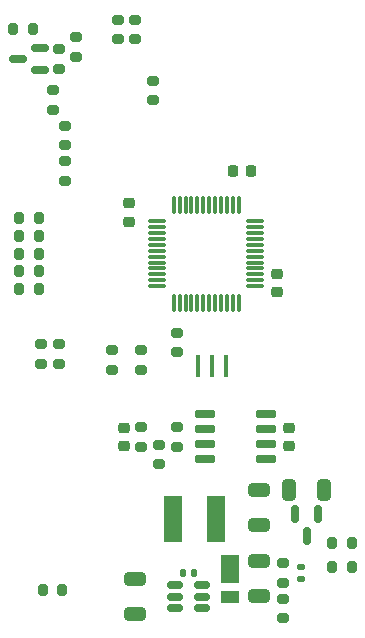
<source format=gbr>
%TF.GenerationSoftware,KiCad,Pcbnew,(6.0.8)*%
%TF.CreationDate,2023-04-16T02:33:25+09:00*%
%TF.ProjectId,ORION_sub_v2,4f52494f-4e5f-4737-9562-5f76322e6b69,rev?*%
%TF.SameCoordinates,Original*%
%TF.FileFunction,Paste,Bot*%
%TF.FilePolarity,Positive*%
%FSLAX46Y46*%
G04 Gerber Fmt 4.6, Leading zero omitted, Abs format (unit mm)*
G04 Created by KiCad (PCBNEW (6.0.8)) date 2023-04-16 02:33:25*
%MOMM*%
%LPD*%
G01*
G04 APERTURE LIST*
G04 Aperture macros list*
%AMRoundRect*
0 Rectangle with rounded corners*
0 $1 Rounding radius*
0 $2 $3 $4 $5 $6 $7 $8 $9 X,Y pos of 4 corners*
0 Add a 4 corners polygon primitive as box body*
4,1,4,$2,$3,$4,$5,$6,$7,$8,$9,$2,$3,0*
0 Add four circle primitives for the rounded corners*
1,1,$1+$1,$2,$3*
1,1,$1+$1,$4,$5*
1,1,$1+$1,$6,$7*
1,1,$1+$1,$8,$9*
0 Add four rect primitives between the rounded corners*
20,1,$1+$1,$2,$3,$4,$5,0*
20,1,$1+$1,$4,$5,$6,$7,0*
20,1,$1+$1,$6,$7,$8,$9,0*
20,1,$1+$1,$8,$9,$2,$3,0*%
G04 Aperture macros list end*
%ADD10RoundRect,0.200000X0.275000X-0.200000X0.275000X0.200000X-0.275000X0.200000X-0.275000X-0.200000X0*%
%ADD11RoundRect,0.200000X-0.200000X-0.275000X0.200000X-0.275000X0.200000X0.275000X-0.200000X0.275000X0*%
%ADD12RoundRect,0.200000X-0.275000X0.200000X-0.275000X-0.200000X0.275000X-0.200000X0.275000X0.200000X0*%
%ADD13RoundRect,0.225000X-0.225000X-0.250000X0.225000X-0.250000X0.225000X0.250000X-0.225000X0.250000X0*%
%ADD14RoundRect,0.225000X-0.250000X0.225000X-0.250000X-0.225000X0.250000X-0.225000X0.250000X0.225000X0*%
%ADD15RoundRect,0.250000X0.650000X-0.325000X0.650000X0.325000X-0.650000X0.325000X-0.650000X-0.325000X0*%
%ADD16R,1.500000X4.000000*%
%ADD17RoundRect,0.200000X0.200000X0.275000X-0.200000X0.275000X-0.200000X-0.275000X0.200000X-0.275000X0*%
%ADD18RoundRect,0.150000X0.725000X0.150000X-0.725000X0.150000X-0.725000X-0.150000X0.725000X-0.150000X0*%
%ADD19RoundRect,0.250000X0.325000X0.650000X-0.325000X0.650000X-0.325000X-0.650000X0.325000X-0.650000X0*%
%ADD20RoundRect,0.075000X0.075000X-0.662500X0.075000X0.662500X-0.075000X0.662500X-0.075000X-0.662500X0*%
%ADD21RoundRect,0.075000X0.662500X-0.075000X0.662500X0.075000X-0.662500X0.075000X-0.662500X-0.075000X0*%
%ADD22RoundRect,0.225000X0.250000X-0.225000X0.250000X0.225000X-0.250000X0.225000X-0.250000X-0.225000X0*%
%ADD23RoundRect,0.140000X-0.140000X-0.170000X0.140000X-0.170000X0.140000X0.170000X-0.140000X0.170000X0*%
%ADD24R,0.400000X1.900000*%
%ADD25RoundRect,0.250000X-0.650000X0.325000X-0.650000X-0.325000X0.650000X-0.325000X0.650000X0.325000X0*%
%ADD26RoundRect,0.140000X-0.170000X0.140000X-0.170000X-0.140000X0.170000X-0.140000X0.170000X0.140000X0*%
%ADD27R,1.500000X2.400000*%
%ADD28R,1.500000X1.050000*%
%ADD29RoundRect,0.150000X0.587500X0.150000X-0.587500X0.150000X-0.587500X-0.150000X0.587500X-0.150000X0*%
%ADD30RoundRect,0.150000X-0.150000X0.587500X-0.150000X-0.587500X0.150000X-0.587500X0.150000X0.587500X0*%
%ADD31RoundRect,0.150000X0.512500X0.150000X-0.512500X0.150000X-0.512500X-0.150000X0.512500X-0.150000X0*%
G04 APERTURE END LIST*
D10*
%TO.C,R19*%
X112000000Y-87825000D03*
X112000000Y-86175000D03*
%TD*%
D11*
%TO.C,R13*%
X106175000Y-106500000D03*
X107825000Y-106500000D03*
%TD*%
D12*
%TO.C,R14*%
X115500000Y-63350000D03*
X115500000Y-65000000D03*
%TD*%
D10*
%TO.C,R2*%
X117500000Y-94325000D03*
X117500000Y-92675000D03*
%TD*%
D12*
%TO.C,R5*%
X107500000Y-85675000D03*
X107500000Y-87325000D03*
%TD*%
%TO.C,R18*%
X108000000Y-70175000D03*
X108000000Y-71825000D03*
%TD*%
D13*
%TO.C,C2*%
X122225000Y-71000000D03*
X123775000Y-71000000D03*
%TD*%
D12*
%TO.C,R1*%
X117500000Y-84675000D03*
X117500000Y-86325000D03*
%TD*%
D14*
%TO.C,C11*%
X113000000Y-92725000D03*
X113000000Y-94275000D03*
%TD*%
D10*
%TO.C,R16*%
X126500000Y-105850000D03*
X126500000Y-104200000D03*
%TD*%
D15*
%TO.C,C7*%
X124500000Y-100975000D03*
X124500000Y-98025000D03*
%TD*%
D12*
%TO.C,R3*%
X112500000Y-58175000D03*
X112500000Y-59825000D03*
%TD*%
D16*
%TO.C,L1*%
X117200000Y-100500000D03*
X120800000Y-100500000D03*
%TD*%
D17*
%TO.C,R17*%
X132325000Y-104500000D03*
X130675000Y-104500000D03*
%TD*%
D10*
%TO.C,R9*%
X116000000Y-95825000D03*
X116000000Y-94175000D03*
%TD*%
D18*
%TO.C,U2*%
X125075000Y-91595000D03*
X125075000Y-92865000D03*
X125075000Y-94135000D03*
X125075000Y-95405000D03*
X119925000Y-95405000D03*
X119925000Y-94135000D03*
X119925000Y-92865000D03*
X119925000Y-91595000D03*
%TD*%
D19*
%TO.C,C8*%
X129975000Y-98000000D03*
X127025000Y-98000000D03*
%TD*%
D14*
%TO.C,C1*%
X127000000Y-92725000D03*
X127000000Y-94275000D03*
%TD*%
D20*
%TO.C,U1*%
X122750000Y-82162500D03*
X122250000Y-82162500D03*
X121750000Y-82162500D03*
X121250000Y-82162500D03*
X120750000Y-82162500D03*
X120250000Y-82162500D03*
X119750000Y-82162500D03*
X119250000Y-82162500D03*
X118750000Y-82162500D03*
X118250000Y-82162500D03*
X117750000Y-82162500D03*
X117250000Y-82162500D03*
D21*
X115837500Y-80750000D03*
X115837500Y-80250000D03*
X115837500Y-79750000D03*
X115837500Y-79250000D03*
X115837500Y-78750000D03*
X115837500Y-78250000D03*
X115837500Y-77750000D03*
X115837500Y-77250000D03*
X115837500Y-76750000D03*
X115837500Y-76250000D03*
X115837500Y-75750000D03*
X115837500Y-75250000D03*
D20*
X117250000Y-73837500D03*
X117750000Y-73837500D03*
X118250000Y-73837500D03*
X118750000Y-73837500D03*
X119250000Y-73837500D03*
X119750000Y-73837500D03*
X120250000Y-73837500D03*
X120750000Y-73837500D03*
X121250000Y-73837500D03*
X121750000Y-73837500D03*
X122250000Y-73837500D03*
X122750000Y-73837500D03*
D21*
X124162500Y-75250000D03*
X124162500Y-75750000D03*
X124162500Y-76250000D03*
X124162500Y-76750000D03*
X124162500Y-77250000D03*
X124162500Y-77750000D03*
X124162500Y-78250000D03*
X124162500Y-78750000D03*
X124162500Y-79250000D03*
X124162500Y-79750000D03*
X124162500Y-80250000D03*
X124162500Y-80750000D03*
%TD*%
D22*
%TO.C,C5*%
X113500000Y-75275000D03*
X113500000Y-73725000D03*
%TD*%
D11*
%TO.C,R26*%
X104175000Y-76500000D03*
X105825000Y-76500000D03*
%TD*%
D23*
%TO.C,C3*%
X118020000Y-105025000D03*
X118980000Y-105025000D03*
%TD*%
D11*
%TO.C,R24*%
X104175000Y-79500000D03*
X105825000Y-79500000D03*
%TD*%
D12*
%TO.C,R7*%
X106000000Y-85675000D03*
X106000000Y-87325000D03*
%TD*%
D24*
%TO.C,X1*%
X119300000Y-87500000D03*
X120500000Y-87500000D03*
X121700000Y-87500000D03*
%TD*%
D10*
%TO.C,R12*%
X109000000Y-61325000D03*
X109000000Y-59675000D03*
%TD*%
D12*
%TO.C,R6*%
X114500000Y-86175000D03*
X114500000Y-87825000D03*
%TD*%
D11*
%TO.C,R23*%
X104175000Y-81000000D03*
X105825000Y-81000000D03*
%TD*%
D10*
%TO.C,R11*%
X107500000Y-62325000D03*
X107500000Y-60675000D03*
%TD*%
D12*
%TO.C,R20*%
X108000000Y-67175000D03*
X108000000Y-68825000D03*
%TD*%
D25*
%TO.C,C12*%
X114000000Y-105525000D03*
X114000000Y-108475000D03*
%TD*%
D12*
%TO.C,R4*%
X114000000Y-58175000D03*
X114000000Y-59825000D03*
%TD*%
D11*
%TO.C,R27*%
X104175000Y-75000000D03*
X105825000Y-75000000D03*
%TD*%
D26*
%TO.C,C4*%
X128000000Y-104545000D03*
X128000000Y-105505000D03*
%TD*%
D10*
%TO.C,R10*%
X114500000Y-94325000D03*
X114500000Y-92675000D03*
%TD*%
D11*
%TO.C,R21*%
X103675000Y-59000000D03*
X105325000Y-59000000D03*
%TD*%
%TO.C,R25*%
X104175000Y-78000000D03*
X105825000Y-78000000D03*
%TD*%
D27*
%TO.C,D9*%
X122000000Y-104675000D03*
D28*
X122000000Y-107050000D03*
%TD*%
D25*
%TO.C,C13*%
X124500000Y-104050000D03*
X124500000Y-107000000D03*
%TD*%
D29*
%TO.C,Q1*%
X105937500Y-60550000D03*
X105937500Y-62450000D03*
X104062500Y-61500000D03*
%TD*%
D30*
%TO.C,U3*%
X127550000Y-100062500D03*
X129450000Y-100062500D03*
X128500000Y-101937500D03*
%TD*%
D10*
%TO.C,R22*%
X107000000Y-65825000D03*
X107000000Y-64175000D03*
%TD*%
D14*
%TO.C,C6*%
X126000000Y-79725000D03*
X126000000Y-81275000D03*
%TD*%
D12*
%TO.C,R15*%
X126500000Y-107200000D03*
X126500000Y-108850000D03*
%TD*%
D17*
%TO.C,R8*%
X132325000Y-102500000D03*
X130675000Y-102500000D03*
%TD*%
D31*
%TO.C,U4*%
X119637500Y-106075000D03*
X119637500Y-107025000D03*
X119637500Y-107975000D03*
X117362500Y-107975000D03*
X117362500Y-107025000D03*
X117362500Y-106075000D03*
%TD*%
M02*

</source>
